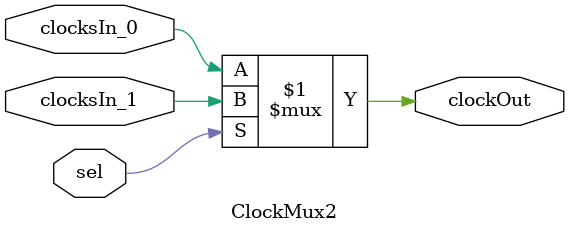
<source format=v>
module ClockMux2 (
    input clocksIn_0,
    input clocksIn_1,
    input sel,
    output clockOut
);

    // REPLACE ME WITH A CLOCK CELL IF DESIRED

    // XXX be careful with this! You can get really nasty short edges if you
    // don't switch carefully
    assign clockOut = sel ? clocksIn_1 : clocksIn_0;

endmodule
</source>
